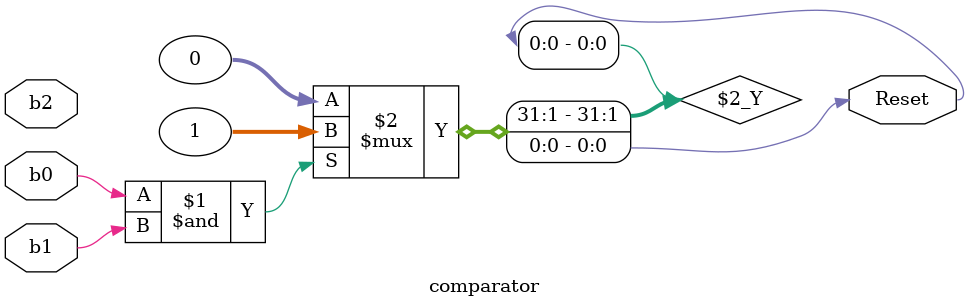
<source format=v>
module comparator(
    input b0, b1, b2,
    output Reset
);

    assign Reset = (b0 &b1) ? 1 : 0;

endmodule
</source>
